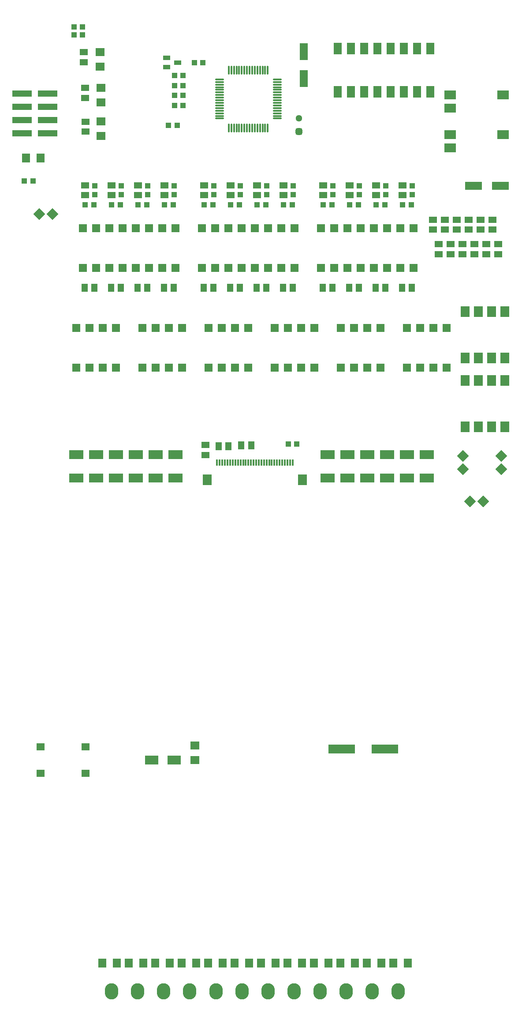
<source format=gtp>
%FSLAX25Y25*%
%MOIN*%
G70*
G01*
G75*
G04 Layer_Color=8421504*
%ADD10R,0.09000X0.06500*%
%ADD11R,0.07000X0.08000*%
%ADD12R,0.05906X0.05118*%
%ADD13R,0.12500X0.06000*%
%ADD14R,0.06000X0.12500*%
%ADD15R,0.05600X0.03600*%
%ADD16R,0.06299X0.07087*%
%ADD17R,0.10630X0.07087*%
%ADD18R,0.04331X0.03937*%
%ADD19R,0.05118X0.05906*%
%ADD20C,0.05000*%
%ADD21R,0.07087X0.06299*%
%ADD22R,0.03937X0.04331*%
%ADD23R,0.06000X0.08500*%
%ADD24R,0.01181X0.05118*%
%ADD25R,0.07087X0.08661*%
%ADD26O,0.01181X0.07087*%
%ADD27O,0.07087X0.01181*%
%ADD28R,0.14500X0.05000*%
%ADD29R,0.10000X0.07000*%
%ADD30R,0.20000X0.07000*%
%ADD31R,0.06000X0.05500*%
%ADD32C,0.00800*%
%ADD33C,0.01000*%
%ADD34C,0.05000*%
%ADD35C,0.02000*%
%ADD36C,0.08000*%
%ADD37C,0.02500*%
%ADD38C,0.01200*%
%ADD39C,0.13000*%
%ADD40C,0.10000*%
%ADD41C,0.06000*%
G04:AMPARAMS|DCode=42|XSize=60mil|YSize=60mil|CornerRadius=15mil|HoleSize=0mil|Usage=FLASHONLY|Rotation=90.000|XOffset=0mil|YOffset=0mil|HoleType=Round|Shape=RoundedRectangle|*
%AMROUNDEDRECTD42*
21,1,0.06000,0.03000,0,0,90.0*
21,1,0.03000,0.06000,0,0,90.0*
1,1,0.03000,0.01500,0.01500*
1,1,0.03000,0.01500,-0.01500*
1,1,0.03000,-0.01500,-0.01500*
1,1,0.03000,-0.01500,0.01500*
%
%ADD42ROUNDEDRECTD42*%
%ADD43R,0.06200X0.06200*%
%ADD44C,0.06200*%
%ADD45O,0.06000X0.06400*%
%ADD46R,0.06000X0.06400*%
%ADD47O,0.10000X0.12000*%
%ADD48C,0.23400*%
%ADD49R,0.06200X0.06200*%
%ADD50C,0.10000*%
%ADD51C,0.07500*%
G04:AMPARAMS|DCode=52|XSize=50mil|YSize=50mil|CornerRadius=12.5mil|HoleSize=0mil|Usage=FLASHONLY|Rotation=180.000|XOffset=0mil|YOffset=0mil|HoleType=Round|Shape=RoundedRectangle|*
%AMROUNDEDRECTD52*
21,1,0.05000,0.02500,0,0,180.0*
21,1,0.02500,0.05000,0,0,180.0*
1,1,0.02500,-0.01250,0.01250*
1,1,0.02500,0.01250,0.01250*
1,1,0.02500,0.01250,-0.01250*
1,1,0.02500,-0.01250,-0.01250*
%
%ADD52ROUNDEDRECTD52*%
%ADD53C,0.05500*%
G04:AMPARAMS|DCode=54|XSize=55mil|YSize=55mil|CornerRadius=13.75mil|HoleSize=0mil|Usage=FLASHONLY|Rotation=180.000|XOffset=0mil|YOffset=0mil|HoleType=Round|Shape=RoundedRectangle|*
%AMROUNDEDRECTD54*
21,1,0.05500,0.02750,0,0,180.0*
21,1,0.02750,0.05500,0,0,180.0*
1,1,0.02750,-0.01375,0.01375*
1,1,0.02750,0.01375,0.01375*
1,1,0.02750,0.01375,-0.01375*
1,1,0.02750,-0.01375,-0.01375*
%
%ADD54ROUNDEDRECTD54*%
%ADD55C,0.03000*%
%ADD56C,0.08000*%
%ADD57R,0.09000X0.10000*%
%ADD58R,0.06000X0.02500*%
%ADD59R,0.02500X0.06000*%
%ADD60R,0.11800X0.06300*%
%ADD61R,0.25590X0.23622*%
%ADD62C,0.03000*%
%ADD63C,0.02362*%
%ADD64C,0.00984*%
%ADD65C,0.00500*%
%ADD66C,0.01500*%
%ADD67C,0.00699*%
%ADD68C,0.00787*%
%ADD69C,0.01600*%
%ADD70R,0.19000X0.55500*%
%ADD71R,0.06000X0.06000*%
%ADD72P,0.09051X4X180.0*%
%ADD73O,0.10200X0.12200*%
%ADD74P,0.09051X4X90.0*%
%ADD75C,0.05106*%
G04:AMPARAMS|DCode=76|XSize=51.06mil|YSize=51.06mil|CornerRadius=12.77mil|HoleSize=0mil|Usage=FLASHONLY|Rotation=0.000|XOffset=0mil|YOffset=0mil|HoleType=Round|Shape=RoundedRectangle|*
%AMROUNDEDRECTD76*
21,1,0.05106,0.02553,0,0,0.0*
21,1,0.02553,0.05106,0,0,0.0*
1,1,0.02553,0.01277,-0.01277*
1,1,0.02553,-0.01277,-0.01277*
1,1,0.02553,-0.01277,0.01277*
1,1,0.02553,0.01277,0.01277*
%
%ADD76ROUNDEDRECTD76*%
%ADD77R,0.06890X0.08465*%
G54D10*
X372500Y675500D02*
D03*
Y705500D02*
D03*
X332500Y665500D02*
D03*
Y675500D02*
D03*
Y695500D02*
D03*
Y705500D02*
D03*
G54D11*
X364000Y542000D02*
D03*
X354000D02*
D03*
Y507000D02*
D03*
X344000Y542000D02*
D03*
X374000D02*
D03*
X344000Y507000D02*
D03*
X374000D02*
D03*
X364000D02*
D03*
Y490000D02*
D03*
X354000D02*
D03*
Y455000D02*
D03*
X344000Y490000D02*
D03*
X374000D02*
D03*
X344000Y455000D02*
D03*
X374000D02*
D03*
X364000D02*
D03*
G54D12*
X355500Y603750D02*
D03*
Y611250D02*
D03*
X346500D02*
D03*
Y603750D02*
D03*
X364500Y611250D02*
D03*
Y603750D02*
D03*
X369000Y592750D02*
D03*
Y585250D02*
D03*
X342000Y592750D02*
D03*
Y585250D02*
D03*
X324000Y592750D02*
D03*
Y585250D02*
D03*
X360000Y592750D02*
D03*
Y585250D02*
D03*
X328500Y611250D02*
D03*
Y603750D02*
D03*
X351000Y585250D02*
D03*
X337500Y603750D02*
D03*
X333000Y585250D02*
D03*
X57000Y685250D02*
D03*
Y677750D02*
D03*
X56500Y710750D02*
D03*
Y703250D02*
D03*
Y629750D02*
D03*
Y637250D02*
D03*
X76500Y629750D02*
D03*
Y637250D02*
D03*
X96500Y629750D02*
D03*
Y637250D02*
D03*
X116500Y629750D02*
D03*
Y637250D02*
D03*
X236500Y629750D02*
D03*
Y637250D02*
D03*
X256500Y629750D02*
D03*
Y637250D02*
D03*
X276500Y629750D02*
D03*
Y637250D02*
D03*
X296500Y629750D02*
D03*
Y637250D02*
D03*
X146500Y629750D02*
D03*
Y637250D02*
D03*
X166500Y629750D02*
D03*
Y637250D02*
D03*
X186500Y629750D02*
D03*
Y637250D02*
D03*
X206500Y629750D02*
D03*
Y637250D02*
D03*
X333000Y592750D02*
D03*
X337500Y611250D02*
D03*
X351000Y592750D02*
D03*
X55500Y730250D02*
D03*
Y737750D02*
D03*
X147500Y433550D02*
D03*
Y441050D02*
D03*
X319500Y611250D02*
D03*
Y603750D02*
D03*
G54D13*
X350250Y637000D02*
D03*
X370750D02*
D03*
G54D14*
X222000Y738250D02*
D03*
Y717750D02*
D03*
G54D15*
X118250Y733500D02*
D03*
X126750Y730000D02*
D03*
X118250Y726500D02*
D03*
G54D16*
X12000Y658000D02*
D03*
X23000D02*
D03*
X209500Y49900D02*
D03*
X220500D02*
D03*
X189500D02*
D03*
X200500D02*
D03*
X169500D02*
D03*
X180500D02*
D03*
X149500D02*
D03*
X160500D02*
D03*
X129500D02*
D03*
X140500D02*
D03*
X109500D02*
D03*
X120500D02*
D03*
X89500D02*
D03*
X100500D02*
D03*
X69500D02*
D03*
X80500D02*
D03*
X229500D02*
D03*
X240500D02*
D03*
X249500D02*
D03*
X260500D02*
D03*
X269500D02*
D03*
X280500D02*
D03*
X289500D02*
D03*
X300500D02*
D03*
G54D17*
X125000Y433750D02*
D03*
Y416250D02*
D03*
X110000Y433750D02*
D03*
Y416250D02*
D03*
X95000Y433750D02*
D03*
Y416250D02*
D03*
X80000Y433750D02*
D03*
Y416250D02*
D03*
X65000Y433750D02*
D03*
Y416250D02*
D03*
X50000Y433750D02*
D03*
Y416250D02*
D03*
X255000D02*
D03*
Y433750D02*
D03*
X240000D02*
D03*
Y416250D02*
D03*
X315000D02*
D03*
Y433750D02*
D03*
X300000Y416250D02*
D03*
Y433750D02*
D03*
X285000Y416250D02*
D03*
Y433750D02*
D03*
X270000D02*
D03*
Y416250D02*
D03*
G54D18*
X145750Y730000D02*
D03*
X216750Y442000D02*
D03*
X210250D02*
D03*
X146750Y622500D02*
D03*
X153250D02*
D03*
X166750D02*
D03*
X173250D02*
D03*
X186750D02*
D03*
X193250D02*
D03*
X206750D02*
D03*
X213250D02*
D03*
X236750D02*
D03*
X243250D02*
D03*
X256750D02*
D03*
X263250D02*
D03*
X276750D02*
D03*
X283250D02*
D03*
X296750D02*
D03*
X303250D02*
D03*
X56750D02*
D03*
X63250D02*
D03*
X76750D02*
D03*
X83250D02*
D03*
X96750D02*
D03*
X103250D02*
D03*
X116750D02*
D03*
X123250D02*
D03*
X119750Y682500D02*
D03*
X126250D02*
D03*
X124250Y697700D02*
D03*
X130750D02*
D03*
X124250Y705200D02*
D03*
X130750D02*
D03*
X10750Y640500D02*
D03*
X17250D02*
D03*
X139250Y730000D02*
D03*
X54750Y751000D02*
D03*
X48250D02*
D03*
Y757000D02*
D03*
X54750D02*
D03*
X124250Y720200D02*
D03*
X130750D02*
D03*
X124250Y712700D02*
D03*
X130750D02*
D03*
G54D19*
X206250Y560000D02*
D03*
X213750D02*
D03*
X186250D02*
D03*
X193750D02*
D03*
X166250D02*
D03*
X173750D02*
D03*
X146250D02*
D03*
X153750D02*
D03*
X303750D02*
D03*
X296250D02*
D03*
X283750D02*
D03*
X276250D02*
D03*
X263750D02*
D03*
X256250D02*
D03*
X243750D02*
D03*
X236250D02*
D03*
X123750D02*
D03*
X116250D02*
D03*
X103750D02*
D03*
X96250D02*
D03*
X83750D02*
D03*
X76250D02*
D03*
X63750D02*
D03*
X56250D02*
D03*
X157550Y440300D02*
D03*
X165050D02*
D03*
X174750Y441000D02*
D03*
X182250D02*
D03*
G54D21*
X68500Y674500D02*
D03*
Y685500D02*
D03*
Y700000D02*
D03*
Y711000D02*
D03*
X68000Y727000D02*
D03*
Y738000D02*
D03*
X139800Y203300D02*
D03*
Y214300D02*
D03*
G54D22*
X64000Y636750D02*
D03*
Y630250D02*
D03*
X84000Y636750D02*
D03*
Y630250D02*
D03*
X104000Y636750D02*
D03*
Y630250D02*
D03*
X124000Y636750D02*
D03*
Y630250D02*
D03*
X244000Y636750D02*
D03*
Y630250D02*
D03*
X264000Y636750D02*
D03*
Y630250D02*
D03*
X284000Y636750D02*
D03*
Y630250D02*
D03*
X304000Y636750D02*
D03*
Y630250D02*
D03*
X154000Y636750D02*
D03*
Y630250D02*
D03*
X174000Y636750D02*
D03*
Y630250D02*
D03*
X194000Y636750D02*
D03*
Y630250D02*
D03*
X214000Y636750D02*
D03*
Y630250D02*
D03*
G54D23*
X307700Y707900D02*
D03*
X317700D02*
D03*
X307700Y740400D02*
D03*
X317700D02*
D03*
X287700Y707900D02*
D03*
Y740400D02*
D03*
X297700Y707900D02*
D03*
Y740400D02*
D03*
X257700D02*
D03*
Y707900D02*
D03*
X247700Y740400D02*
D03*
Y707900D02*
D03*
X277700Y740400D02*
D03*
X267700D02*
D03*
X277700Y707900D02*
D03*
X267700D02*
D03*
G54D24*
X156457Y427798D02*
D03*
X158425D02*
D03*
X160394D02*
D03*
X162362D02*
D03*
X164331D02*
D03*
X166299D02*
D03*
X168268D02*
D03*
X170236D02*
D03*
X172205D02*
D03*
X174173D02*
D03*
X176142D02*
D03*
X178110D02*
D03*
X180079D02*
D03*
X182047D02*
D03*
X184016D02*
D03*
X185984D02*
D03*
X187953D02*
D03*
X189921D02*
D03*
X191890D02*
D03*
X193858D02*
D03*
X195827D02*
D03*
X197795D02*
D03*
X199764D02*
D03*
X201732D02*
D03*
X203701D02*
D03*
X205669D02*
D03*
X207638D02*
D03*
X209606D02*
D03*
X211575D02*
D03*
X213543D02*
D03*
G54D26*
X165236Y724350D02*
D03*
X167205D02*
D03*
X169173D02*
D03*
X171142D02*
D03*
X173110D02*
D03*
X175079D02*
D03*
X177047D02*
D03*
X179016D02*
D03*
X180984D02*
D03*
X182953D02*
D03*
X184921D02*
D03*
X186890D02*
D03*
X188858D02*
D03*
X190827D02*
D03*
X192795D02*
D03*
X194764D02*
D03*
Y680650D02*
D03*
X192795D02*
D03*
X190827D02*
D03*
X188858D02*
D03*
X186890D02*
D03*
X184921D02*
D03*
X182953D02*
D03*
X180984D02*
D03*
X179016D02*
D03*
X177047D02*
D03*
X175079D02*
D03*
X173110D02*
D03*
X171142D02*
D03*
X169173D02*
D03*
X167205D02*
D03*
X165236D02*
D03*
G54D27*
X201850Y717264D02*
D03*
Y715295D02*
D03*
Y713327D02*
D03*
Y711358D02*
D03*
Y709390D02*
D03*
Y707421D02*
D03*
Y705453D02*
D03*
Y703484D02*
D03*
Y701516D02*
D03*
Y699547D02*
D03*
Y697579D02*
D03*
Y695610D02*
D03*
Y693642D02*
D03*
Y691673D02*
D03*
Y689705D02*
D03*
Y687736D02*
D03*
X158150D02*
D03*
Y689705D02*
D03*
Y691673D02*
D03*
Y693642D02*
D03*
Y695610D02*
D03*
Y697579D02*
D03*
Y699547D02*
D03*
Y701516D02*
D03*
Y703484D02*
D03*
Y705453D02*
D03*
Y707421D02*
D03*
Y709390D02*
D03*
Y711358D02*
D03*
Y713327D02*
D03*
Y715295D02*
D03*
Y717264D02*
D03*
G54D28*
X28450Y696400D02*
D03*
Y706400D02*
D03*
Y676400D02*
D03*
Y686400D02*
D03*
X8950Y696400D02*
D03*
Y706400D02*
D03*
Y676400D02*
D03*
Y686400D02*
D03*
G54D29*
X107000Y203300D02*
D03*
X124000D02*
D03*
G54D30*
X283250Y211400D02*
D03*
X250750D02*
D03*
G54D31*
X57000Y213100D02*
D03*
Y193100D02*
D03*
X23000Y213100D02*
D03*
Y193100D02*
D03*
G54D71*
X80000Y499500D02*
D03*
X70000D02*
D03*
X60000D02*
D03*
X50000D02*
D03*
Y529500D02*
D03*
X60000D02*
D03*
X70000D02*
D03*
X80000D02*
D03*
X55000Y575000D02*
D03*
X65000D02*
D03*
X75000D02*
D03*
X85000D02*
D03*
X125000D02*
D03*
X115000D02*
D03*
X105000D02*
D03*
X95000D02*
D03*
X85000Y605000D02*
D03*
X75000D02*
D03*
X65000D02*
D03*
X55000D02*
D03*
X125000D02*
D03*
X115000D02*
D03*
X105000D02*
D03*
X95000D02*
D03*
X145000Y575000D02*
D03*
X155000D02*
D03*
X165000D02*
D03*
X175000D02*
D03*
X215000D02*
D03*
X205000D02*
D03*
X195000D02*
D03*
X185000D02*
D03*
X175000Y605000D02*
D03*
X165000D02*
D03*
X155000D02*
D03*
X145000D02*
D03*
X215000D02*
D03*
X205000D02*
D03*
X195000D02*
D03*
X185000D02*
D03*
X235000Y575000D02*
D03*
X245000D02*
D03*
X255000D02*
D03*
X265000D02*
D03*
X305000D02*
D03*
X295000D02*
D03*
X285000D02*
D03*
X275000D02*
D03*
X265000Y605000D02*
D03*
X255000D02*
D03*
X245000D02*
D03*
X235000D02*
D03*
X305000D02*
D03*
X295000D02*
D03*
X285000D02*
D03*
X275000D02*
D03*
X180000Y499500D02*
D03*
X170000D02*
D03*
X160000D02*
D03*
X150000D02*
D03*
Y529500D02*
D03*
X160000D02*
D03*
X170000D02*
D03*
X180000D02*
D03*
X230000Y499500D02*
D03*
X220000D02*
D03*
X210000D02*
D03*
X200000D02*
D03*
Y529500D02*
D03*
X210000D02*
D03*
X220000D02*
D03*
X230000D02*
D03*
X280000Y499500D02*
D03*
X270000D02*
D03*
X260000D02*
D03*
X250000D02*
D03*
Y529500D02*
D03*
X260000D02*
D03*
X270000D02*
D03*
X280000D02*
D03*
X330000Y499500D02*
D03*
X320000D02*
D03*
X310000D02*
D03*
X300000D02*
D03*
Y529500D02*
D03*
X310000D02*
D03*
X320000D02*
D03*
X330000D02*
D03*
X130000Y499500D02*
D03*
X120000D02*
D03*
X110000D02*
D03*
X100000D02*
D03*
Y529500D02*
D03*
X110000D02*
D03*
X120000D02*
D03*
X130000D02*
D03*
G54D72*
X371400Y423000D02*
D03*
Y433000D02*
D03*
X342200D02*
D03*
Y423000D02*
D03*
G54D73*
X273583Y28400D02*
D03*
X253898D02*
D03*
X234213D02*
D03*
X293268D02*
D03*
X135787D02*
D03*
X76732D02*
D03*
X96417D02*
D03*
X116103D02*
D03*
X214528D02*
D03*
X155473D02*
D03*
X175158D02*
D03*
X194843D02*
D03*
G54D74*
X22000Y615500D02*
D03*
X32000D02*
D03*
X357700Y398700D02*
D03*
X347700D02*
D03*
G54D75*
X218300Y687800D02*
D03*
G54D76*
Y677800D02*
D03*
G54D77*
X221024Y415002D02*
D03*
X148976D02*
D03*
M02*

</source>
